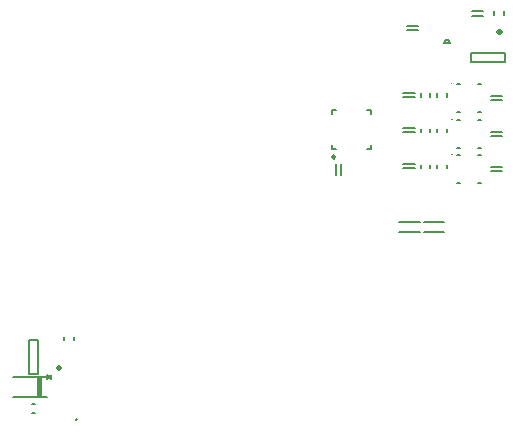
<source format=gto>
G04*
G04 #@! TF.GenerationSoftware,Altium Limited,Altium Designer,18.1.7 (191)*
G04*
G04 Layer_Color=65535*
%FSLAX43Y43*%
%MOMM*%
G71*
G01*
G75*
%ADD32C,0.500*%
%ADD33C,0.200*%
%ADD55C,0.250*%
%ADD57C,0.203*%
%ADD58C,0.100*%
%ADD59C,0.127*%
D32*
X19220Y10665D02*
X19225Y10670D01*
X19220Y10675D01*
X19215Y10670D01*
X19220Y10665D01*
X56535Y39125D02*
X56530Y39130D01*
X56525Y39125D01*
X56530Y39120D01*
X56535Y39125D01*
D33*
X52323Y38225D02*
G03*
X51848Y38225I-237J0D01*
G01*
X52323D02*
X52065D01*
X52105D02*
X51848D01*
X55000Y32325D02*
X54695D01*
X53205D02*
X52900D01*
X55000Y34725D02*
X54695D01*
X53205D02*
X52900D01*
X55000Y29300D02*
X54695D01*
X53205D02*
X52900D01*
X55000Y31700D02*
X54695D01*
X53205D02*
X52900D01*
X55000Y26325D02*
X54695D01*
X53205D02*
X52900D01*
X55000Y28725D02*
X54695D01*
X53205D02*
X52900D01*
X42700Y29200D02*
X42350D01*
Y29550D02*
Y29200D01*
Y32500D02*
Y32150D01*
X42700Y32500D02*
X42350D01*
X45650D02*
X45300D01*
X45650D02*
Y32150D01*
Y29200D02*
X45300D01*
X45650Y29550D02*
Y29200D01*
D55*
X42375Y28550D02*
G03*
X42375Y28550I125J0D01*
G01*
D57*
X20630Y6309D02*
G03*
X20630Y6309I76J0D01*
G01*
D58*
X52450Y34725D02*
G03*
X52450Y34725I50J0D01*
G01*
Y31700D02*
G03*
X52450Y31700I50J0D01*
G01*
X52450Y28725D02*
G03*
X52450Y28725I50J0D01*
G01*
D59*
X17481Y10175D02*
X16719D01*
Y13075D02*
Y10175D01*
X17481Y13075D02*
X16719D01*
X17481D02*
Y10175D01*
X57025Y37386D02*
Y36624D01*
X54125D01*
Y37386D02*
Y36624D01*
X57025Y37386D02*
X54125D01*
X49776Y22200D02*
X48024D01*
X49776Y23000D02*
X48024D01*
X51851Y22200D02*
X50099D01*
X51851Y23000D02*
X50099D01*
X18250Y8200D02*
X15350D01*
X17500Y9900D02*
Y8200D01*
X17600Y9900D02*
Y8200D01*
X17700Y9900D02*
Y8200D01*
X18250Y10050D02*
Y9750D01*
X18550Y9900D02*
X18250Y9750D01*
X18550Y10050D02*
Y9750D01*
X18250Y9900D02*
X15352D01*
X18550D02*
X18250D01*
X18550D02*
X18250Y10050D01*
X19663Y13315D02*
Y13010D01*
X20476Y13315D02*
Y13010D01*
X17240Y7656D02*
X16935D01*
X17240Y6844D02*
X16935D01*
X49869Y33952D02*
Y33648D01*
X50681Y33952D02*
Y33648D01*
X56881Y40877D02*
Y40573D01*
X56069Y40877D02*
Y40573D01*
X52081Y33952D02*
Y33648D01*
X51269Y33952D02*
Y33648D01*
X49869Y30952D02*
Y30648D01*
X50681Y30952D02*
Y30648D01*
X49869Y27902D02*
Y27598D01*
X50681Y27902D02*
Y27598D01*
X52081Y30952D02*
Y30648D01*
X51269Y30952D02*
Y30648D01*
X52081Y27902D02*
Y27598D01*
X51269Y27902D02*
Y27598D01*
X49626Y39297D02*
X48674D01*
X49626Y39653D02*
X48674D01*
X55176Y40522D02*
X54224D01*
X55176Y40878D02*
X54224D01*
X43078Y27976D02*
Y27024D01*
X42722Y27976D02*
Y27024D01*
X49351Y33622D02*
X48399D01*
X49351Y33978D02*
X48399D01*
X56726Y33703D02*
X55774D01*
X56726Y33347D02*
X55774D01*
X49351Y30622D02*
X48399D01*
X49351Y30978D02*
X48399D01*
X49351Y27572D02*
X48399D01*
X49351Y27928D02*
X48399D01*
X56726Y30678D02*
X55774D01*
X56726Y30322D02*
X55774D01*
X56726Y27678D02*
X55774D01*
X56726Y27322D02*
X55774D01*
M02*

</source>
